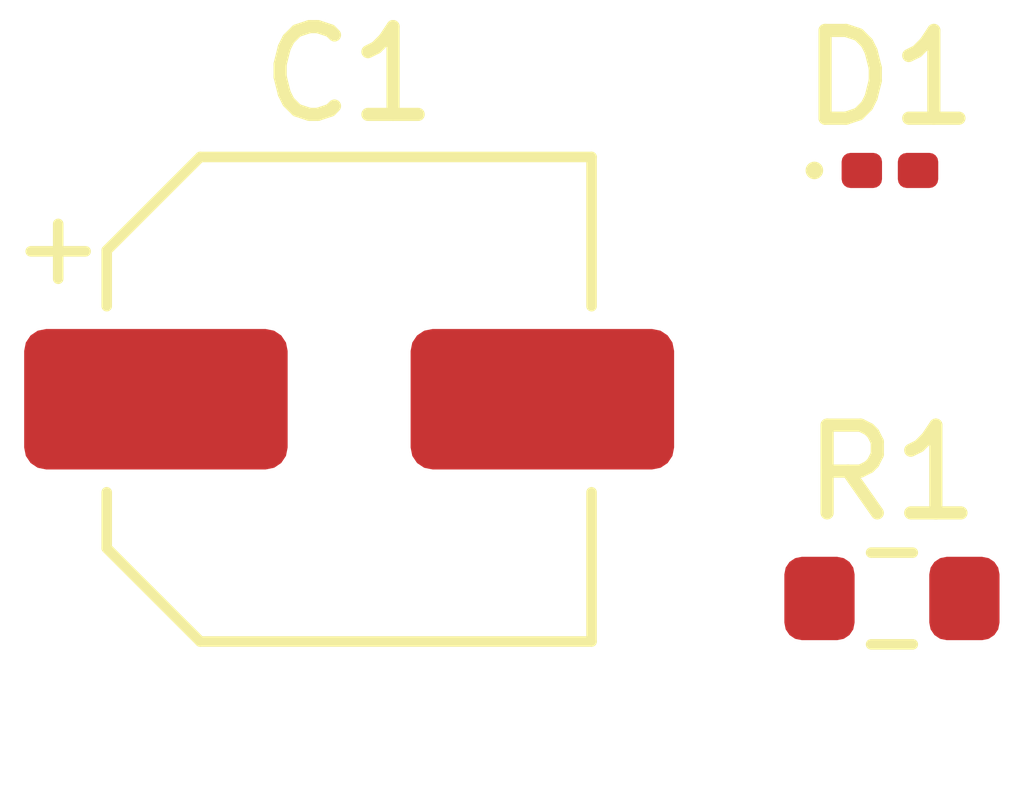
<source format=kicad_pcb>
(kicad_pcb (version 20241229) (generator "pcbnew") (generator_version "9.0")
  (layers (0 "F.Cu" signal) (2 "B.Cu" signal) (13 "F.Paste" user) (15 "B.Paste" user) (5 "F.SilkS" user "F.Silkscreen") (7 "B.SilkS" user "B.Silkscreen") (1 "F.Mask" user) (3 "B.Mask" user) (25 "Edge.Cuts" user))
  (net 0 "")
  (net 1 "Net-(C1-Pad1)")
  (net 2 "Net-(D1-Pad2)")
  (net 3 "Net-(C1-Pad2)")
  (footprint "LED_SMD:LED_0201_0603Metric" (layer "F.Cu") (at 6.157143 -2.6065)
    (property "Reference" "D1" (at 0 -1.05 0) (layer "F.SilkS"))
    (property "Value" "LED")
    (fp_circle (center -0.86 0) (end -0.81 0) (stroke (width 0.1)) (fill no) (layer "F.SilkS"))
    (pad "1" smd roundrect (at -0.32 0) (size 0.46 0.4) (layers "F.Cu" "F.Mask") (net 1 "Net-(C1-Pad1)"))
    (pad "2" smd roundrect (at 0.32 0) (size 0.46 0.4) (layers "F.Cu" "F.Mask") (net 2 "Net-(D1-Pad2)"))
  )
  (footprint "Resistor_SMD:R_0603_1608Metric" (layer "F.Cu") (at 6.18 2.27)
    (property "Reference" "R1" (at 0 -1.43 0) (layer "F.SilkS"))
    (property "Value" "R")
    (fp_line (start -0.237258 -0.5225) (end 0.237258 -0.5225) (stroke (width 0.12)) (layer "F.SilkS"))
    (fp_line (start -0.237258 0.5225) (end 0.237258 0.5225) (stroke (width 0.12)) (layer "F.SilkS"))
    (pad "1" smd roundrect (at -0.825 0) (size 0.8 0.95) (layers "F.Cu" "F.Mask" "F.Paste") (net 2 "Net-(D1-Pad2)"))
    (pad "2" smd roundrect (at 0.825 0) (size 0.8 0.95) (layers "F.Cu" "F.Mask" "F.Paste") (net 3 "Net-(C1-Pad2)"))
  )
  (footprint "Capacitor_SMD:CP_Elec_5x3" (layer "F.Cu") (at 0 0)
    (property "Reference" "C1" (at 0 -3.7 0) (layer "F.SilkS"))
    (property "Value" "C")
    (fp_line (start -3.625 -1.685) (end -3 -1.685) (stroke (width 0.12)) (layer "F.SilkS"))
    (fp_line (start -3.3125 -1.9975) (end -3.3125 -1.3725) (stroke (width 0.12)) (layer "F.SilkS"))
    (fp_line (start -2.76 -1.695563) (end -2.76 -1.06) (stroke (width 0.12)) (layer "F.SilkS"))
    (fp_line (start -2.76 -1.695563) (end -1.695563 -2.76) (stroke (width 0.12)) (layer "F.SilkS"))
    (fp_line (start -2.76 1.695563) (end -2.76 1.06) (stroke (width 0.12)) (layer "F.SilkS"))
    (fp_line (start -2.76 1.695563) (end -1.695563 2.76) (stroke (width 0.12)) (layer "F.SilkS"))
    (fp_line (start -1.695563 -2.76) (end 2.76 -2.76) (stroke (width 0.12)) (layer "F.SilkS"))
    (fp_line (start -1.695563 2.76) (end 2.76 2.76) (stroke (width 0.12)) (layer "F.SilkS"))
    (fp_line (start 2.76 -2.76) (end 2.76 -1.06) (stroke (width 0.12)) (layer "F.SilkS"))
    (fp_line (start 2.76 2.76) (end 2.76 1.06) (stroke (width 0.12)) (layer "F.SilkS"))
    (pad "1" smd roundrect (at -2.2 0) (size 3 1.6) (layers "F.Cu" "F.Mask" "F.Paste") (roundrect_rratio 0.15625) (net 1 "Net-(C1-Pad1)"))
    (pad "2" smd roundrect (at 2.2 0) (size 3 1.6) (layers "F.Cu" "F.Mask" "F.Paste") (roundrect_rratio 0.15625) (net 3 "Net-(C1-Pad2)"))
  )
)
</source>
